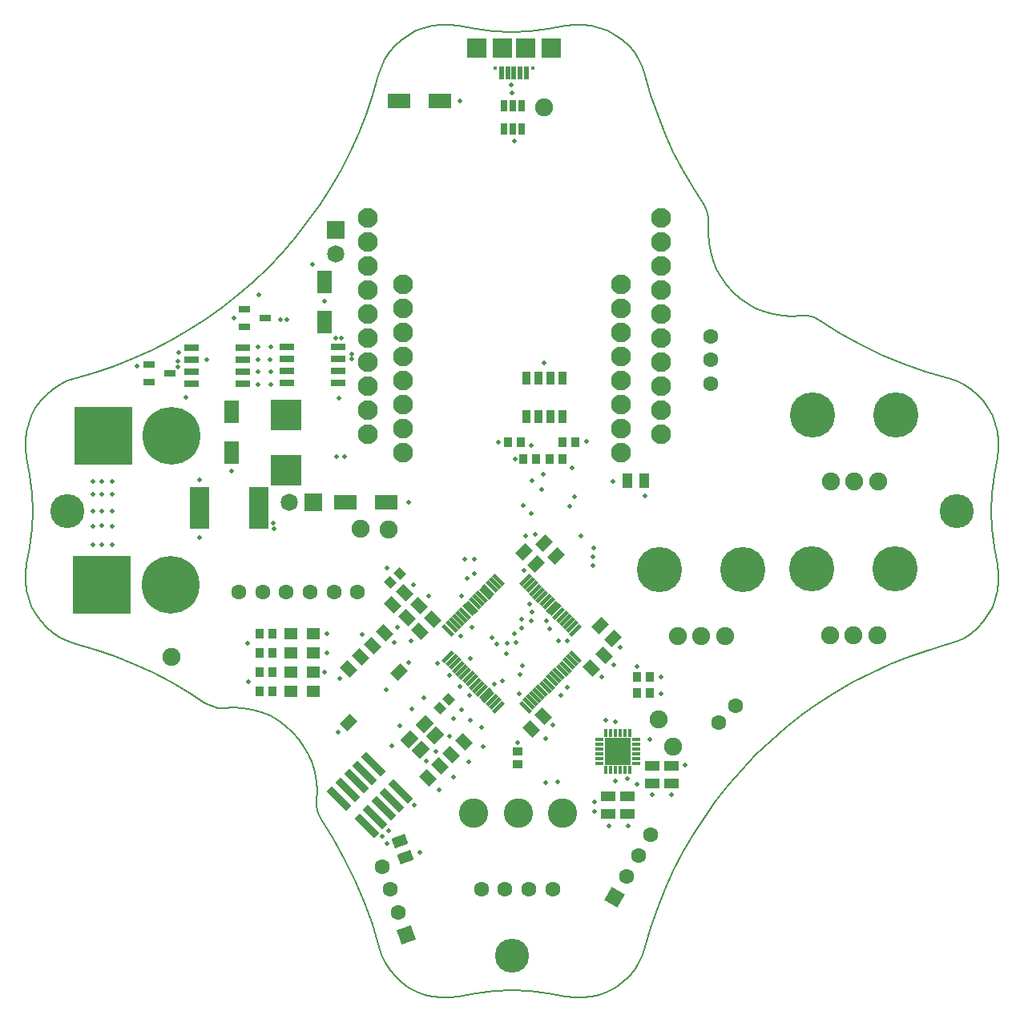
<source format=gts>
%FSTAX23Y23*%
%MOIN*%
%SFA1B1*%

%IPPOS*%
%AMD45*
4,1,4,-0.028500,0.051800,-0.051800,0.028500,0.028500,-0.051800,0.051800,-0.028500,-0.028500,0.051800,0.0*
%
%AMD46*
4,1,4,-0.006300,-0.036800,0.036800,0.006300,0.006300,0.036800,-0.036800,-0.006300,-0.006300,-0.036800,0.0*
%
%AMD47*
4,1,4,-0.036100,0.005600,0.005600,-0.036100,0.036100,-0.005600,-0.005600,0.036100,-0.036100,0.005600,0.0*
%
%AMD48*
4,1,4,0.005600,0.036100,-0.036100,-0.005600,-0.005600,-0.036100,0.036100,0.005600,0.005600,0.036100,0.0*
%
%AMD49*
4,1,4,-0.027100,0.016100,0.016100,-0.027100,0.027100,-0.016100,-0.016100,0.027100,-0.027100,0.016100,0.0*
%
%AMD50*
4,1,4,0.016100,0.027100,-0.027100,-0.016100,-0.016100,-0.027100,0.027100,0.016100,0.016100,0.027100,0.0*
%
%AMD52*
4,1,4,0.027100,-0.002100,-0.002100,0.027100,-0.027100,0.002100,0.002100,-0.027100,0.027100,-0.002100,0.0*
%
%AMD53*
4,1,4,0.003500,0.038300,-0.038300,-0.003500,-0.003500,-0.038300,0.038300,0.003500,0.003500,0.038300,0.0*
%
%AMD61*
4,1,4,0.020300,0.030400,-0.035100,0.010200,-0.020300,-0.030400,0.035100,-0.010200,0.020300,0.030400,0.0*
%
%AMD77*
4,1,4,-0.042900,-0.011500,0.011500,-0.042900,0.042900,0.011500,-0.011500,0.042900,-0.042900,-0.011500,0.0*
%
%AMD78*
4,1,4,-0.018800,-0.040200,0.040200,-0.018800,0.018800,0.040200,-0.040200,0.018800,-0.018800,-0.040200,0.0*
%
%ADD16C,0.008000*%
%ADD44R,0.082680X0.173230*%
G04~CAMADD=45~9~0.0~0.0~330.7~1137.8~0.0~0.0~0~0.0~0.0~0.0~0.0~0~0.0~0.0~0.0~0.0~0~0.0~0.0~0.0~45.0~1036.0~1035.0*
%ADD45D45*%
G04~CAMADD=46~9~0.0~0.0~610.2~433.1~0.0~0.0~0~0.0~0.0~0.0~0.0~0~0.0~0.0~0.0~0.0~0~0.0~0.0~0.0~225.0~736.0~735.0*
%ADD46D46*%
G04~CAMADD=47~9~0.0~0.0~590.6~433.1~0.0~0.0~0~0.0~0.0~0.0~0.0~0~0.0~0.0~0.0~0.0~0~0.0~0.0~0.0~135.0~722.0~721.0*
%ADD47D47*%
G04~CAMADD=48~9~0.0~0.0~590.6~433.1~0.0~0.0~0~0.0~0.0~0.0~0.0~0~0.0~0.0~0.0~0.0~0~0.0~0.0~0.0~45.0~722.0~721.0*
%ADD48D48*%
G04~CAMADD=49~9~0.0~0.0~610.2~157.5~0.0~0.0~0~0.0~0.0~0.0~0.0~0~0.0~0.0~0.0~0.0~0~0.0~0.0~0.0~135.0~542.0~541.0*
%ADD49D49*%
G04~CAMADD=50~9~0.0~0.0~610.2~157.5~0.0~0.0~0~0.0~0.0~0.0~0.0~0~0.0~0.0~0.0~0.0~0~0.0~0.0~0.0~45.0~542.0~541.0*
%ADD50D50*%
%ADD51R,0.041340X0.035430*%
G04~CAMADD=52~9~0.0~0.0~413.4~354.3~0.0~0.0~0~0.0~0.0~0.0~0.0~0~0.0~0.0~0.0~0.0~0~0.0~0.0~0.0~315.0~542.0~541.0*
%ADD52D52*%
G04~CAMADD=53~9~0.0~0.0~590.6~492.1~0.0~0.0~0~0.0~0.0~0.0~0.0~0~0.0~0.0~0.0~0.0~0~0.0~0.0~0.0~45.0~766.0~765.0*
%ADD53D53*%
%ADD54R,0.053150X0.047240*%
%ADD55R,0.035430X0.041340*%
%ADD56R,0.043310X0.059060*%
%ADD57R,0.059060X0.043310*%
%ADD58R,0.035430X0.015750*%
%ADD59R,0.015750X0.035430*%
%ADD60R,0.108270X0.112210*%
G04~CAMADD=61~9~0.0~0.0~590.6~433.1~0.0~0.0~0~0.0~0.0~0.0~0.0~0~0.0~0.0~0.0~0.0~0~0.0~0.0~0.0~20.0~702.0~607.0*
%ADD61D61*%
%ADD62R,0.033860X0.053940*%
%ADD63R,0.096460X0.064960*%
%ADD64R,0.064960X0.096460*%
%ADD65R,0.063980X0.029530*%
%ADD66R,0.125980X0.125980*%
%ADD67R,0.045280X0.027560*%
%ADD68R,0.019680X0.057090*%
%ADD69R,0.078740X0.078740*%
%ADD70R,0.027560X0.051180*%
%ADD71C,0.062990*%
%ADD72C,0.188190*%
%ADD73C,0.074800*%
%ADD74C,0.141730*%
%ADD75C,0.082680*%
%ADD76C,0.122050*%
G04~CAMADD=77~10~0.0~629.9~0.0~0.0~0.0~0.0~0~0.0~0.0~0.0~0.0~0~0.0~0.0~0.0~0.0~0~0.0~0.0~0.0~150.0~629.9~0.0*
%ADD77D77*%
G04~CAMADD=78~10~0.0~629.9~0.0~0.0~0.0~0.0~0~0.0~0.0~0.0~0.0~0~0.0~0.0~0.0~0.0~0~0.0~0.0~0.0~200.0~629.9~0.0*
%ADD78D78*%
%ADD79R,0.240160X0.240160*%
%ADD80C,0.240160*%
%ADD81R,0.071850X0.071850*%
%ADD82C,0.071850*%
%ADD83R,0.071850X0.071850*%
%ADD84C,0.014760*%
%ADD85C,0.019680*%
%LNflightcontroller-1*%
%LPD*%
G54D16*
X02937Y0082D02*
X02976Y00813D01*
X03053Y00813D02*
X03081Y00813D01*
X02864Y00845D02*
X029Y0083D01*
X02937Y0082*
X03081Y00813D02*
X03108Y00806D01*
X03132Y00794*
X03014Y00811D02*
X03053Y00813D01*
X02976Y00813D02*
X03014Y00811D01*
X0272Y00973D02*
X02743Y00941D01*
X02769Y00912*
X02686Y01043D02*
X02701Y01007D01*
X0272Y00973*
X02798Y00886D02*
X0283Y00864D01*
X02864Y00845*
X02769Y00912D02*
X02798Y00886D01*
X0376Y00508D02*
X03787Y00485D01*
X03812Y00459*
X03698Y00543D02*
X0373Y00528D01*
X0376Y00508*
X03849Y00398D02*
X03862Y00365D01*
X03871Y0033*
X03812Y00459D02*
X03832Y0043D01*
X03849Y00398*
X033Y00695D02*
X03388Y00652D01*
X03478Y00615*
X03132Y00794D02*
X03215Y00742D01*
X033Y00695*
X0357Y00582D02*
X03664Y00554D01*
X03698Y00543*
X03478Y00615D02*
X0357Y00582D01*
X0228Y01982D02*
X02309Y01961D01*
X02336Y01937*
X02215Y02012D02*
X02248Y01999D01*
X0228Y01982*
X02378Y01879D02*
X02394Y01847D01*
X02405Y01813*
X02336Y01937D02*
X02359Y0191D01*
X02378Y01879*
X02145Y02024D02*
X0218Y0202D01*
X02215Y02012*
X02109Y02024D02*
X02145Y02024D01*
X02073Y02019D02*
X02109Y02024D01*
X01999Y02006D02*
X02073Y02019D01*
X01925Y01997D02*
X01999Y02006D01*
X0185Y01993D02*
X01925Y01997D01*
X02668Y01224D02*
X02668Y01196D01*
X02666Y01157D02*
X02668Y01196D01*
X02649Y01275D02*
X02662Y0125D01*
X02668Y01224*
X02669Y01118D02*
X02676Y0108D01*
X02686Y01043*
X02666Y01157D02*
X02669Y01118D01*
X02456Y01651D02*
X02487Y01572D01*
X02522Y01495*
X02405Y01813D02*
X02428Y01732D01*
X02456Y01651*
X02561Y0142D02*
X02603Y01346D01*
X02649Y01275*
X02522Y01495D02*
X02561Y0142D01*
X03871Y0033D02*
X03875Y00294D01*
X03874Y00258D02*
X03875Y00294D01*
X03869Y00223D02*
X03874Y00258D01*
X03857Y-00149D02*
X03869Y-00223D01*
X03874Y-00258D02*
X03875Y-00294D01*
X03871Y-0033D02*
X03875Y-00294D01*
X03869Y-00223D02*
X03874Y-00258D01*
X03862Y-00365D02*
X03871Y-0033D01*
X03857Y00149D02*
X03869Y00223D01*
X03848Y00074D02*
X03857Y00149D01*
X03843Y0D02*
X03848Y00074D01*
X03843Y0D02*
X03848Y-00074D01*
X03857Y-00149*
X03849Y-00398D02*
X03862Y-00365D01*
X03832Y-0043D02*
X03849Y-00398D01*
X03812Y-00459D02*
X03832Y-0043D01*
X03787Y-00485D02*
X03812Y-00459D01*
X0376Y-00508D02*
X03787Y-00485D01*
X0373Y-00528D02*
X0376Y-00508D01*
X03698Y-00543D02*
X0373Y-00528D01*
X03664Y-00554D02*
X03698Y-00543D01*
X03582Y-00578D02*
X03664Y-00554D01*
X03502Y-00605D02*
X03582Y-00578D01*
X03423Y-00637D02*
X03502Y-00605D01*
X03346Y-00672D02*
X03423Y-00637D01*
X0327Y-0071D02*
X03346Y-00672D01*
X03197Y-00753D02*
X0327Y-0071D01*
X03125Y-00798D02*
X03197Y-00753D01*
X03056Y-00847D02*
X03125Y-00798D01*
X0299Y-009D02*
X03056Y-00847D01*
X02926Y-00955D02*
X0299Y-009D01*
X02864Y-01014D02*
X02926Y-00955D01*
X02806Y-01075D02*
X02864Y-01014D01*
X0275Y-01139D02*
X02806Y-01075D01*
X02698Y-01206D02*
X0275Y-01139D01*
X02649Y-01275D02*
X02698Y-01206D01*
X02603Y-01346D02*
X02649Y-01275D01*
X02561Y-0142D02*
X02603Y-01346D01*
X02522Y-01495D02*
X02561Y-0142D01*
X02487Y-01573D02*
X02522Y-01495D01*
X02456Y-01651D02*
X02487Y-01573D01*
X02428Y-01732D02*
X02456Y-01651D01*
X02405Y-01813D02*
X02428Y-01732D01*
X02394Y-01847D02*
X02405Y-01813D01*
X02378Y-01879D02*
X02394Y-01847D01*
X02359Y-0191D02*
X02378Y-01879D01*
X02336Y-01937D02*
X02359Y-0191D01*
X02309Y-01961D02*
X02336Y-01937D01*
X0228Y-01982D02*
X02309Y-01961D01*
X02248Y-01999D02*
X0228Y-01982D01*
X02215Y-02012D02*
X02248Y-01999D01*
X01999Y-02006D02*
X02073Y-02019D01*
X0218Y-0202D02*
X02215Y-02012D01*
X0185Y-01993D02*
X01925Y-01997D01*
X01999Y-02006*
X02145Y-02024D02*
X0218Y-0202D01*
X02109Y-02024D02*
X02145Y-02024D01*
X02073Y-02019D02*
X02109Y-02024D01*
X01555Y02024D02*
X01591Y02024D01*
X01627Y02019*
X0152Y0202D02*
X01555Y02024D01*
X01485Y02012D02*
X0152Y0202D01*
X01701Y02006D02*
X01775Y01997D01*
X0185Y01993*
X01627Y02019D02*
X01701Y02006D01*
X01451Y01999D02*
X01485Y02012D01*
X0142Y01982D02*
X01451Y01999D01*
X01391Y01961D02*
X0142Y01982D01*
X01364Y01937D02*
X01391Y01961D01*
X01341Y0191D02*
X01364Y01937D01*
X01322Y01879D02*
X01341Y0191D01*
X01306Y01847D02*
X01322Y01879D01*
X01295Y01813D02*
X01306Y01847D01*
X01271Y01732D02*
X01295Y01813D01*
X01244Y01651D02*
X01271Y01732D01*
X01213Y01573D02*
X01244Y01651D01*
X01178Y01495D02*
X01213Y01573D01*
X01139Y0142D02*
X01178Y01495D01*
X01097Y01346D02*
X01139Y0142D01*
X01051Y01275D02*
X01097Y01346D01*
X01002Y01206D02*
X01051Y01275D01*
X0095Y01139D02*
X01002Y01206D01*
X00894Y01075D02*
X0095Y01139D01*
X00836Y01014D02*
X00894Y01075D01*
X00774Y00955D02*
X00836Y01014D01*
X0071Y009D02*
X00774Y00955D01*
X00643Y00847D02*
X0071Y009D01*
X00574Y00798D02*
X00643Y00847D01*
X00503Y00753D02*
X00574Y00798D01*
X00429Y0071D02*
X00503Y00753D01*
X00354Y00672D02*
X00429Y0071D01*
X00277Y00637D02*
X00354Y00672D01*
X00198Y00605D02*
X00277Y00637D01*
X00118Y00578D02*
X00198Y00605D01*
X00036Y00554D02*
X00118Y00578D01*
X00002Y00543D02*
X00036Y00554D01*
X-00029Y00528D02*
X00002Y00543D01*
X-00059Y00508D02*
X-00029Y00528D01*
X-00087Y00485D02*
X-00059Y00508D01*
X-00111Y00459D02*
X-00087Y00485D01*
X-00132Y0043D02*
X-00111Y00459D01*
X-00149Y00398D02*
X-00132Y0043D01*
X-00161Y00365D02*
X-00149Y00398D01*
X-00147Y00074D02*
X-00143Y0D01*
X-00147Y-00074D02*
X-00143Y0D01*
X-00169Y00223D02*
X-00156Y00149D01*
X-00147Y00074*
X-00156Y-00148D02*
X-00147Y-00074D01*
X-00168Y-00221D02*
X-00156Y-00148D01*
X-0017Y-00328D02*
X-00161Y-00363D01*
X-0017Y0033D02*
X-00161Y00365D01*
X-00174Y00258D02*
X-00169Y00223D01*
X-00174Y00294D02*
X-0017Y0033D01*
X-00174Y00294D02*
X-00174Y00258D01*
X-00173Y-00257D02*
X-00168Y-00221D01*
X-00174Y-00293D02*
X-0017Y-00328D01*
X-00174Y-00293D02*
X-00173Y-00257D01*
X01108Y-01364D02*
X01155Y-0145D01*
X01198Y-01537*
X01043Y-01257D02*
X01056Y-01282D01*
X01108Y-01364*
X01269Y-01719D02*
X01297Y-01813D01*
X01308Y-01847*
X01198Y-01537D02*
X01236Y-01628D01*
X01269Y-01719*
X0103Y-01087D02*
X01036Y-01125D01*
X01039Y-01164*
X01004Y-01013D02*
X01019Y-01049D01*
X0103Y-01087*
X01036Y-01203D02*
X01039Y-01164D01*
X01036Y-0123D02*
X01043Y-01257D01*
X01036Y-01203D02*
X01036Y-0123D01*
X01776Y-01997D02*
X0185Y-01993D01*
X01702Y-02006D02*
X01776Y-01997D01*
X01628Y-02019D02*
X01702Y-02006D01*
X01487Y-02012D02*
X01521Y-0202D01*
X01593Y-02024D02*
X01628Y-02019D01*
X01557Y-02024D02*
X01593Y-02024D01*
X01521Y-0202D02*
X01557Y-02024D01*
X01343Y-01909D02*
X01366Y-01937D01*
X01392Y-01961*
X01308Y-01847D02*
X01323Y-01879D01*
X01343Y-01909*
X01422Y-01982D02*
X01453Y-01999D01*
X01487Y-02012*
X01392Y-01961D02*
X01422Y-01982D01*
X00118Y-00577D02*
X00198Y-00604D01*
X00277Y-00636*
X00002Y-00541D02*
X00036Y-00553D01*
X00118Y-00577*
X0043Y-0071D02*
X00503Y-00753D01*
X00575Y-00798*
X00277Y-00636D02*
X00354Y-00671D01*
X0043Y-0071*
X-00131Y-00428D02*
X-00111Y-00457D01*
X-00086Y-00483*
X-00161Y-00363D02*
X-00148Y-00396D01*
X-00131Y-00428*
X-00059Y-00506D02*
X-00029Y-00526D01*
X00002Y-00541*
X-00086Y-00483D02*
X-00059Y-00506D01*
X00877Y-0087D02*
X00908Y-00893D01*
X00937Y-00919*
X00807Y-00836D02*
X00843Y-00851D01*
X00877Y-0087*
X00963Y-00948D02*
X00985Y-00979D01*
X01004Y-01013*
X00937Y-00919D02*
X00963Y-00948D01*
X00653Y-00818D02*
X00692Y-00816D01*
X00626Y-00818D02*
X00653Y-00818D01*
X00575Y-00798D02*
X00599Y-00811D01*
X00626Y-00818*
X00731Y-00818D02*
X00769Y-00825D01*
X00807Y-00836*
X00692Y-00816D02*
X00731Y-00818D01*
G54D44*
X00796Y00013D03*
X00552D03*
G54D45*
X01246Y-01308D03*
X01281Y-01272D03*
X01316Y-01237D03*
X01352Y-01202D03*
X01387Y-01166D03*
X01274Y-01053D03*
X01238Y-01088D03*
X01203Y-01124D03*
X01168Y-01159D03*
X01132Y-01195D03*
G54D46*
X01169Y-00881D03*
X01379Y-0067D03*
G54D47*
X01169Y-00657D03*
X0122Y-00606D03*
X01468Y-005D03*
X0152Y-00448D03*
X02233Y-00601D03*
X02182Y-00653D03*
X01929Y-00905D03*
X0198Y-00854D03*
X01413Y-00444D03*
X01464Y-00393D03*
X01269Y-00558D03*
X01321Y-00506D03*
X01404Y-00338D03*
X01353Y-0039D03*
X01598Y-01012D03*
X01649Y-0096D03*
X01551Y-01058D03*
X015Y-0111D03*
G54D48*
X01901Y-00168D03*
X01952Y-0022D03*
X02035Y-00185D03*
X01983Y-00134D03*
X02217Y-00477D03*
X02269Y-00529D03*
G54D49*
X01585Y-00495D03*
X01599Y-00481D03*
X01613Y-00467D03*
X01627Y-00453D03*
X01641Y-00439D03*
X01655Y-00425D03*
X01669Y-00411D03*
X01683Y-00398D03*
X01697Y-00384D03*
X01711Y-0037D03*
X01725Y-00356D03*
X01739Y-00342D03*
X01752Y-00328D03*
X01766Y-00314D03*
X0178Y-003D03*
X01794Y-00286D03*
X02114Y-00606D03*
X021Y-0062D03*
X02087Y-00634D03*
X02073Y-00648D03*
X02059Y-00662D03*
X02045Y-00676D03*
X02031Y-0069D03*
X02017Y-00704D03*
X02003Y-00718D03*
X01989Y-00732D03*
X01975Y-00746D03*
X01961Y-00759D03*
X01947Y-00773D03*
X01933Y-00787D03*
X01919Y-00801D03*
X01906Y-00815D03*
G54D50*
X01906Y-00286D03*
X01919Y-003D03*
X01933Y-00314D03*
X01947Y-00328D03*
X01961Y-00342D03*
X01975Y-00356D03*
X01989Y-0037D03*
X02003Y-00384D03*
X02017Y-00398D03*
X02031Y-00411D03*
X02045Y-00425D03*
X02059Y-00439D03*
X02073Y-00453D03*
X02087Y-00467D03*
X021Y-00481D03*
X02114Y-00495D03*
X01794Y-00815D03*
X0178Y-00801D03*
X01766Y-00787D03*
X01752Y-00773D03*
X01739Y-00759D03*
X01725Y-00746D03*
X01711Y-00732D03*
X01697Y-00718D03*
X01683Y-00704D03*
X01669Y-0069D03*
X01655Y-00676D03*
X01641Y-00662D03*
X01627Y-00648D03*
X01613Y-00634D03*
X01599Y-0062D03*
X01585Y-00606D03*
G54D51*
X01874Y-01D03*
Y-01053D03*
G54D52*
X01345Y-00296D03*
X01383Y-00258D03*
X01586Y-00783D03*
X01549Y-00821D03*
G54D53*
X0153Y-00932D03*
X01469Y-00993D03*
X01486Y-00887D03*
X01425Y-00948D03*
G54D54*
X01023Y-00669D03*
X00931D03*
X01023Y-00748D03*
X00931D03*
X01023Y-0059D03*
X00931D03*
X01023Y-00511D03*
X00931D03*
G54D55*
X00853Y-00669D03*
X008D03*
X00853Y-00748D03*
X008D03*
X02372Y-00691D03*
X02425D03*
X02372Y-00756D03*
X02425D03*
X0206Y00287D03*
X02114D03*
X02007Y00218D03*
X0206D03*
X01949D03*
X01896D03*
X01888Y00287D03*
X01835D03*
X00853Y-0059D03*
X008D03*
X00853Y-00511D03*
X008D03*
G54D56*
X02329Y00126D03*
X02402D03*
G54D57*
X02515Y-01132D03*
Y-01059D03*
X02434Y-01132D03*
Y-01059D03*
X02331Y-01187D03*
Y-0126D03*
X02252Y-01187D03*
Y-0126D03*
G54D58*
X02214Y-0095D03*
Y-0097D03*
Y-0099D03*
Y-01009D03*
Y-01029D03*
Y-01049D03*
X02368D03*
Y-01029D03*
Y-01009D03*
Y-0099D03*
Y-0097D03*
Y-0095D03*
G54D59*
X02242Y-01076D03*
X02261D03*
X02281D03*
X02301D03*
X0232D03*
X0234D03*
Y-00923D03*
X0232D03*
X02301D03*
X02281D03*
X02261D03*
X02242D03*
G54D60*
X02291Y-01D03*
G54D61*
X01383Y-01373D03*
X01408Y-01441D03*
G54D62*
X02059Y00555D03*
X02009D03*
X01959D03*
X01909D03*
Y00394D03*
X01959D03*
X02009D03*
X02059D03*
G54D63*
X01326Y00038D03*
X01157D03*
X01549Y01708D03*
X0138D03*
G54D64*
X00684Y00245D03*
Y00414D03*
X0107Y00955D03*
Y00786D03*
G54D65*
X00518Y00679D03*
Y00629D03*
Y00579D03*
Y00529D03*
X00731D03*
Y00579D03*
Y00629D03*
Y00679D03*
X01127Y00533D03*
Y00583D03*
Y00633D03*
Y00683D03*
X00914D03*
Y00633D03*
Y00583D03*
Y00533D03*
G54D66*
X00912Y00401D03*
Y00172D03*
G54D67*
X00427Y00573D03*
X0034Y00536D03*
Y00611D03*
X00824Y00805D03*
X00738Y00767D03*
Y00842D03*
G54D68*
X0191Y01823D03*
X01807D03*
X01884D03*
X01858D03*
X01833D03*
G54D69*
X02014Y01928D03*
X01906D03*
X01811D03*
X01703D03*
G54D70*
X01816Y01589D03*
X01854D03*
X01891D03*
Y01687D03*
X01854D03*
X01816D03*
G54D71*
X00715Y-00335D03*
X00813D03*
X00912D03*
X0101D03*
X01109D03*
X01207D03*
X01921Y-01574D03*
X01822D03*
X02019D03*
X01724D03*
X02427Y-01346D03*
X02377Y-01433D03*
X02327Y-01519D03*
X01378Y-01668D03*
X01309Y-0148D03*
X01343Y-01574D03*
X02676Y00531D03*
Y0063D03*
Y00728D03*
X02781Y-0081D03*
X02711Y-0088D03*
G54D72*
X02811Y-00244D03*
X02464D03*
X03102Y00401D03*
X03448D03*
X03098Y-0024D03*
X03444D03*
G54D73*
X02736Y-00519D03*
X02637D03*
X02539D03*
X00433Y-00606D03*
X0252Y-00981D03*
X02461Y-00867D03*
X03177Y00125D03*
X03275D03*
X03374D03*
X03173Y-00515D03*
X03271D03*
X0337D03*
X0122Y-00073D03*
X01338Y-00077D03*
X01983Y0168D03*
G54D74*
X0185Y-0185D03*
X0Y0D03*
X037D03*
G54D75*
X01251Y01222D03*
Y01122D03*
Y01022D03*
Y00922D03*
Y00822D03*
Y00722D03*
Y00622D03*
Y00522D03*
Y00422D03*
Y00322D03*
X02472Y01222D03*
Y01122D03*
Y01022D03*
Y00922D03*
Y00822D03*
Y00722D03*
Y00622D03*
Y00522D03*
Y00422D03*
Y00322D03*
X02303Y00944D03*
Y00844D03*
Y00744D03*
Y00644D03*
Y00544D03*
Y00444D03*
Y00344D03*
Y00244D03*
X01397Y00944D03*
Y00844D03*
Y00744D03*
Y00644D03*
Y00544D03*
Y00444D03*
Y00344D03*
Y00244D03*
G54D76*
X01877Y-01255D03*
X02062D03*
X01692D03*
G54D77*
X02277Y-01606D03*
G54D78*
X01412Y-01762D03*
G54D79*
X00149Y00314D03*
X00145Y-00307D03*
G54D80*
X00433Y00314D03*
X00429Y-00307D03*
G54D81*
X01025Y00038D03*
G54D82*
X00925Y00038D03*
X01117Y01071D03*
G54D83*
X01117Y01171D03*
G54D84*
X01937Y01843D03*
X0178D03*
G54D85*
X01893Y-00642D03*
X01884Y-0068D03*
X02082Y-00539D03*
X01993Y-00456D03*
X02045Y-00541D03*
X00753Y-00708D03*
X0075Y-00549D03*
X00461Y00624D03*
X00464Y00659D03*
X00461Y00599D03*
X00915Y00798D03*
X00888Y00798D03*
X01847Y01774D03*
X00858Y-00048D03*
X00859Y-00072D03*
X0131Y-01354D03*
X0133Y-01384D03*
X01899Y-00246D03*
X01859Y01541D03*
X01889Y-00487D03*
X0186Y-00509D03*
X01866Y-00546D03*
X01831Y-00551D03*
X021Y00181D03*
X01896Y00023D03*
X01892Y-0045D03*
X0193Y-00456D03*
X01935Y-00421D03*
X01923Y-00387D03*
X01766Y-00526D03*
X01787Y-00554D03*
X01827Y-00593D03*
X02109Y0006D03*
X01907Y-00103D03*
X01946Y-00097D03*
X0237Y-00645D03*
X02242Y-00871D03*
X02281Y-00877D03*
X02138Y-00104D03*
X02301Y-00566D03*
X02079Y-00734D03*
X01973Y00092D03*
X02091Y00019D03*
X01931Y-00011D03*
X01695Y-002D03*
X01695Y-00261D03*
X01935Y00127D03*
X01655Y-00201D03*
X01665Y-00279D03*
X01678Y-00612D03*
X02188Y-00227D03*
X01982Y00154D03*
X01929Y00274D03*
X02007Y-00489D03*
X02369Y-01136D03*
X02515Y-01179D03*
X02188Y-00188D03*
X01359Y-00545D03*
X01776Y-00719D03*
X01812Y-00706D03*
X0219Y-00152D03*
X01674Y-00765D03*
X02193Y-01209D03*
X02054Y-00767D03*
X00107Y00001D03*
Y-00062D03*
Y-0014D03*
Y00123D03*
Y00071D03*
X00186Y00001D03*
Y-00062D03*
Y-0014D03*
Y00123D03*
Y00071D03*
X00145Y00072D03*
Y00124D03*
X01072Y-00669D03*
X01638Y-00518D03*
X0154Y-00632D03*
X0159Y-00683D03*
X0142Y-00631D03*
X01634Y-00728D03*
X01127Y-00921D03*
X01326Y-00744D03*
X01071Y00875D03*
X01019Y01027D03*
X00291Y00603D03*
X00694Y00803D03*
X0058Y00629D03*
X00493Y00474D03*
X01155Y00228D03*
X01119D03*
X01079Y-00511D03*
X0114Y0072D03*
X01118D03*
X0133Y-00237D03*
X02405Y00064D03*
X01865Y00216D03*
X01793Y00287D03*
X02159Y0029D03*
X02193Y-01249D03*
X02571Y-01057D03*
X02224Y-00691D03*
X02469Y-00758D03*
X0247Y-00689D03*
X01503Y-00354D03*
X02019Y-00889D03*
X01422Y00038D03*
X01874Y-00964D03*
X01467Y-01419D03*
X01079Y-00589D03*
X01635Y01708D03*
X00798Y00899D03*
X00845Y00632D03*
X00794Y0063D03*
X01852Y01739D03*
X01131Y00469D03*
X01184Y00655D03*
Y00633D03*
X01441Y-00305D03*
X00549Y00129D03*
Y-00109D03*
X00684Y00167D03*
X00847Y00526D03*
Y00581D03*
X00846Y00683D03*
X00794D03*
X00795Y0058D03*
X00794Y00527D03*
X01338Y-01329D03*
X01444Y-01223D03*
X01494Y-01038D03*
X01534Y-00998D03*
X01435Y-00823D03*
X01483Y-00777D03*
X01729Y-0098D03*
X0167Y-01044D03*
X01606Y-01107D03*
X01547Y-01161D03*
X01385Y-00893D03*
X0159Y-00937D03*
X0135Y-00976D03*
X01724Y-00901D03*
X01677Y-0087D03*
X01641Y-00826D03*
X01606Y-00862D03*
X01642Y-00354D03*
X02269Y00124D03*
X01985Y00617D03*
X02334Y-01308D03*
X02253Y-0131D03*
X02281Y-01122D03*
X0233Y-01112D03*
X02434Y-01178D03*
X02424Y-00949D03*
X02275Y-00638D03*
X01133Y-00695D03*
X01227Y-00513D03*
X02041Y-01127D03*
X01989Y-01128D03*
X0199Y-00947D03*
X01685Y-00484D03*
X01429Y-00539D03*
X01374Y-00484D03*
X00145Y-0014D03*
Y-00061D03*
Y00001D03*
X0188Y-00761D03*
M02*
</source>
